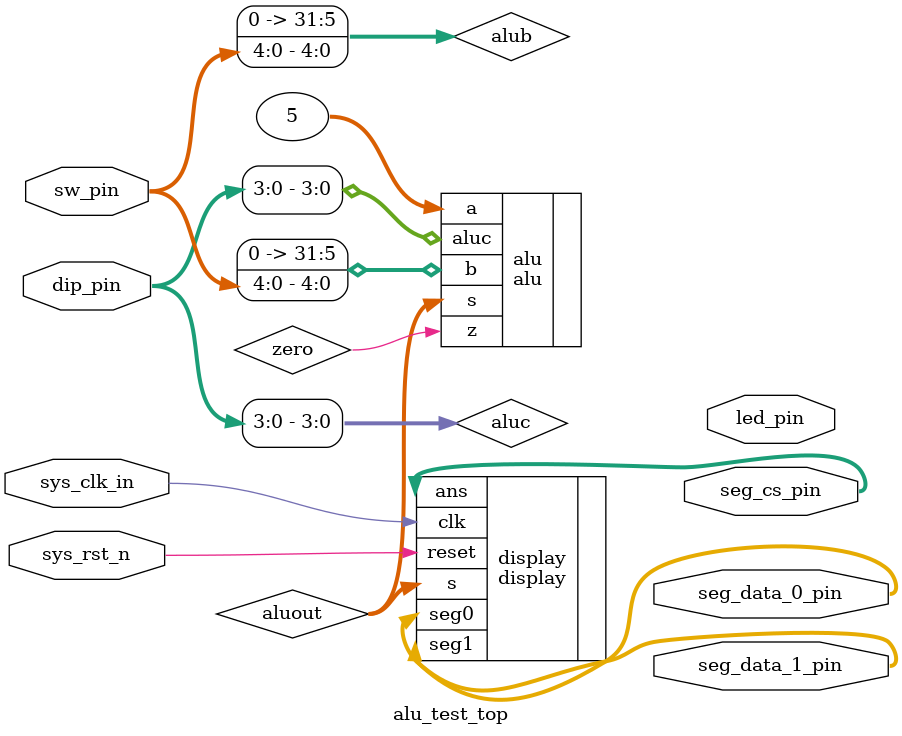
<source format=v>
`timescale 1ns / 1ps


module alu_test_top(
    input sys_rst_n, //globle reset,active low, 
    input sys_clk_in, //board system clock,100MHz
    input [4:0] sw_pin,//sw_pin4 to sw_pin0
    input [4:0] dip_pin,//dip_pin4 to dip_pin0
    output [7:0] seg_data_0_pin, //output DP1,G1,F1,E1,D1,C1,B1,A1, left
    output [7:0] seg_data_1_pin, //output DP0,G0,F0,E0,D0,C0,B0,A0,  right
    output [7:0] seg_cs_pin, //DN1_K4,DN1_K3,DN1_K2,DN1_K0,DN0_K4,DN0_K3,DN0_K2,DN0_K1 left to right
    output [0:15] led_pin
     );

wire clock_1s,zero;
wire [31:0] aluout;

wire[31:0] alub = {27'b0,sw_pin[4:0]};
wire [3:0] aluc = dip_pin[3:0]; 



//例化alu

alu alu(
  .a(32'h0000005),
  .b(alub),
  .aluc(aluc),
  .s(aluout),
  .z(zero)
  );



//例化display
display display(
  .clk(sys_clk_in),
  .reset(sys_rst_n),
  .s(aluout),
  .seg0(seg_data_0_pin),
  .seg1(seg_data_1_pin),
  .ans(seg_cs_pin)
    );

endmodule

</source>
